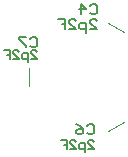
<source format=gbo>
G04 Layer_Color=32896*
%FSLAX23Y23*%
%MOIN*%
G70*
G01*
G75*
%ADD33C,0.004*%
%ADD34C,0.005*%
D33*
X-211Y-180D02*
X-159Y-150D01*
X-211Y180D02*
X-159Y150D01*
X-475Y-30D02*
Y30D01*
D34*
X-280Y-240D02*
X-260D01*
X-280Y-220D01*
Y-215D01*
X-275Y-210D01*
X-265D01*
X-260Y-215D01*
X-290Y-250D02*
Y-220D01*
X-305D01*
X-310Y-225D01*
Y-235D01*
X-305Y-240D01*
X-290D01*
X-340D02*
X-320D01*
X-340Y-220D01*
Y-215D01*
X-335Y-210D01*
X-325D01*
X-320Y-215D01*
X-370Y-210D02*
X-350D01*
Y-225D01*
X-360D01*
X-350D01*
Y-240D01*
X-283Y-161D02*
X-277Y-155D01*
X-266D01*
X-260Y-161D01*
Y-184D01*
X-266Y-190D01*
X-277D01*
X-283Y-184D01*
X-318Y-155D02*
X-307Y-161D01*
X-295Y-173D01*
Y-184D01*
X-301Y-190D01*
X-312D01*
X-318Y-184D01*
Y-178D01*
X-312Y-173D01*
X-295D01*
X-470Y60D02*
X-450D01*
X-470Y80D01*
Y85D01*
X-465Y90D01*
X-455D01*
X-450Y85D01*
X-480Y50D02*
Y80D01*
X-495D01*
X-500Y75D01*
Y65D01*
X-495Y60D01*
X-480D01*
X-530D02*
X-510D01*
X-530Y80D01*
Y85D01*
X-525Y90D01*
X-515D01*
X-510Y85D01*
X-560Y90D02*
X-540D01*
Y75D01*
X-550D01*
X-540D01*
Y60D01*
X-473Y129D02*
X-467Y135D01*
X-456D01*
X-450Y129D01*
Y106D01*
X-456Y100D01*
X-467D01*
X-473Y106D01*
X-485Y135D02*
X-508D01*
Y129D01*
X-485Y106D01*
Y100D01*
X-273Y160D02*
X-250D01*
X-273Y183D01*
Y189D01*
X-267Y195D01*
X-256D01*
X-250Y189D01*
X-285Y148D02*
Y183D01*
X-302D01*
X-308Y177D01*
Y166D01*
X-302Y160D01*
X-285D01*
X-343D02*
X-320D01*
X-343Y183D01*
Y189D01*
X-337Y195D01*
X-326D01*
X-320Y189D01*
X-378Y195D02*
X-355D01*
Y177D01*
X-367D01*
X-355D01*
Y160D01*
X-273Y239D02*
X-267Y245D01*
X-256D01*
X-250Y239D01*
Y216D01*
X-256Y210D01*
X-267D01*
X-273Y216D01*
X-302Y210D02*
Y245D01*
X-285Y227D01*
X-308D01*
M02*

</source>
